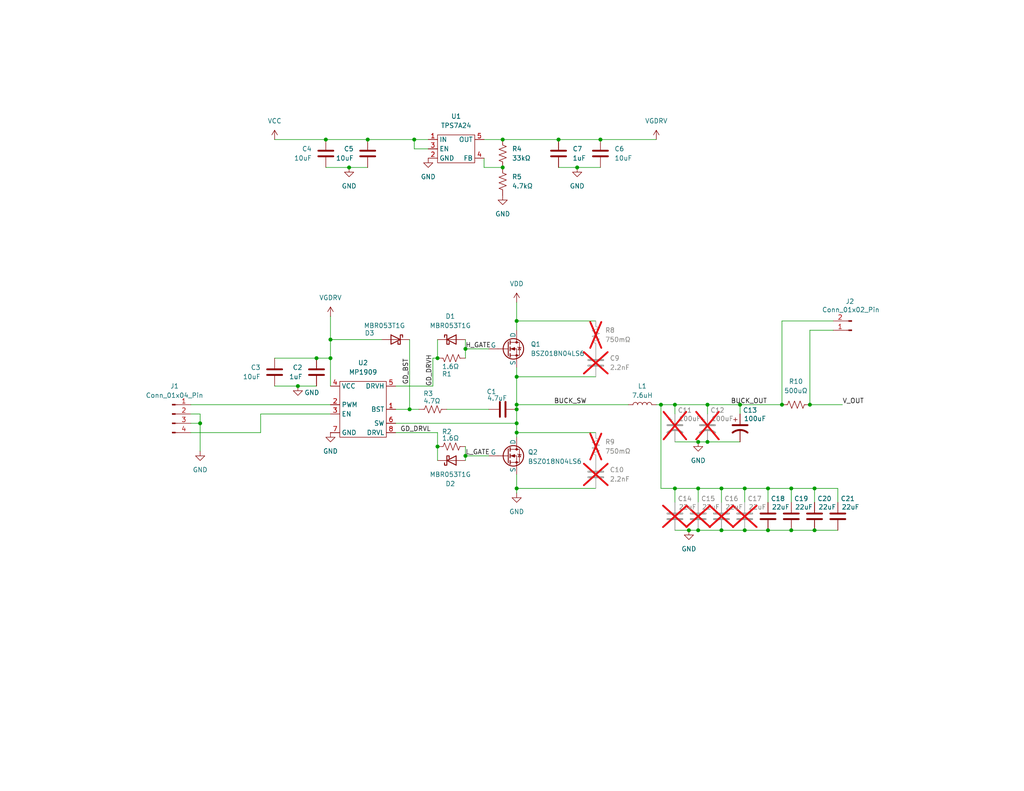
<source format=kicad_sch>
(kicad_sch (version 20250114) (generator "eeschema") (generator_version "9.0")
  (paper "USLetter")
  (title_block (title "Buck Converter Single Phase") (date "2025-09-29") (rev "1.3"))
  (lib_symbols
    (symbol "Connector:Conn_01x02_Pin" (pin_names (offset 1.016) (hide yes))
      (property "Reference" "J" (at 0 2.54 0))
      (property "Value" "Conn_01x02_Pin" (at 0 -5.08 0))
      (symbol "Conn_01x02_Pin_1_1"
        (rectangle (start 0.8636 0.127) (end 0 -0.127) (stroke (width 0.1524)) (fill (type outline)))
        (rectangle (start 0.8636 -2.413) (end 0 -2.667) (stroke (width 0.1524)) (fill (type outline)))
        (polyline (pts (xy 1.27 0) (xy 0.8636 0)) (stroke (width 0.1524)))
        (polyline (pts (xy 1.27 -2.54) (xy 0.8636 -2.54)) (stroke (width 0.1524)))
        (pin passive line (at 5.08 0 180) (length 3.81) (name "Pin_1") (number "1"))
        (pin passive line (at 5.08 -2.54 180) (length 3.81) (name "Pin_2") (number "2"))
      )
    )
    (symbol "Connector:Conn_01x04_Pin" (pin_names (offset 1.016) (hide yes))
      (property "Reference" "J" (at 0 5.08 0))
      (property "Value" "Conn_01x04_Pin" (at 0 -7.62 0))
      (symbol "Conn_01x04_Pin_1_1"
        (rectangle (start 0.8636 2.667) (end 0 2.413) (stroke (width 0.1524)) (fill (type outline)))
        (rectangle (start 0.8636 0.127) (end 0 -0.127) (stroke (width 0.1524)) (fill (type outline)))
        (rectangle (start 0.8636 -2.413) (end 0 -2.667) (stroke (width 0.1524)) (fill (type outline)))
        (rectangle (start 0.8636 -4.953) (end 0 -5.207) (stroke (width 0.1524)) (fill (type outline)))
        (polyline (pts (xy 1.27 2.54) (xy 0.8636 2.54)) (stroke (width 0.1524)))
        (polyline (pts (xy 1.27 0) (xy 0.8636 0)) (stroke (width 0.1524)))
        (polyline (pts (xy 1.27 -2.54) (xy 0.8636 -2.54)) (stroke (width 0.1524)))
        (polyline (pts (xy 1.27 -5.08) (xy 0.8636 -5.08)) (stroke (width 0.1524)))
        (pin passive line (at 5.08 2.54 180) (length 3.81) (name "Pin_1") (number "1"))
        (pin passive line (at 5.08 0 180) (length 3.81) (name "Pin_2") (number "2"))
        (pin passive line (at 5.08 -2.54 180) (length 3.81) (name "Pin_3") (number "3"))
        (pin passive line (at 5.08 -5.08 180) (length 3.81) (name "Pin_4") (number "4"))
      )
    )
    (symbol "Device:C" (pin_numbers (hide yes)) (pin_names (offset 0.254))
      (property "Reference" "C" (at 0.635 2.54 0))
      (property "Value" "C" (at 0.635 -2.54 0))
      (symbol "C_0_1"
        (polyline (pts (xy -2.032 0.762) (xy 2.032 0.762)) (stroke (width 0.508)))
        (polyline (pts (xy -2.032 -0.762) (xy 2.032 -0.762)) (stroke (width 0.508)))
      )
      (symbol "C_1_1"
        (pin passive line (at 0 3.81 270) (length 2.794) (name "~") (number "1"))
        (pin passive line (at 0 -3.81 90) (length 2.794) (name "~") (number "2"))
      )
    )
    (symbol "Device:C_Polarized_US" (pin_numbers (hide yes)) (pin_names (offset 0.254) (hide yes))
      (property "Reference" "C" (at 0.635 2.54 0))
      (property "Value" "C_Polarized_US" (at 0.635 -2.54 0))
      (symbol "C_Polarized_US_0_1"
        (polyline (pts (xy -2.032 0.762) (xy 2.032 0.762)) (stroke (width 0.508)))
        (polyline (pts (xy -1.778 2.286) (xy -0.762 2.286)))
        (polyline (pts (xy -1.27 1.778) (xy -1.27 2.794)))
        (arc (start -2.032 -1.27) (mid 0 -0.5572) (end 2.032 -1.27) (stroke (width 0.508)))
      )
      (symbol "C_Polarized_US_1_1"
        (pin passive line (at 0 3.81 270) (length 2.794) (name "~") (number "1"))
        (pin passive line (at 0 -3.81 90) (length 3.302) (name "~") (number "2"))
      )
    )
    (symbol "Device:D_Schottky" (pin_numbers (hide yes)) (pin_names (offset 1.016) (hide yes))
      (property "Reference" "D" (at 0 2.54 0))
      (property "Value" "D_Schottky" (at 0 -2.54 0))
      (symbol "D_Schottky_0_1"
        (polyline (pts (xy -1.905 0.635) (xy -1.905 1.27) (xy -1.27 1.27) (xy -1.27 -1.27) (xy -0.635 -1.27) (xy -0.635 -0.635)) (stroke (width 0.254)))
        (polyline (pts (xy 1.27 1.27) (xy 1.27 -1.27) (xy -1.27 0) (xy 1.27 1.27)) (stroke (width 0.254)))
        (polyline (pts (xy 1.27 0) (xy -1.27 0)))
      )
      (symbol "D_Schottky_1_1"
        (pin passive line (at -3.81 0 0) (length 2.54) (name "K") (number "1"))
        (pin passive line (at 3.81 0 180) (length 2.54) (name "A") (number "2"))
      )
    )
    (symbol "Device:L" (pin_numbers (hide yes)) (pin_names (offset 1.016) (hide yes))
      (property "Reference" "L" (at -1.27 0 90))
      (property "Value" "L" (at 1.905 0 90))
      (symbol "L_0_1"
        (arc (start 0 2.54) (mid 0.6323 1.905) (end 0 1.27))
        (arc (start 0 1.27) (mid 0.6323 0.635) (end 0 0))
        (arc (start 0 0) (mid 0.6323 -0.635) (end 0 -1.27))
        (arc (start 0 -1.27) (mid 0.6323 -1.905) (end 0 -2.54))
      )
      (symbol "L_1_1"
        (pin passive line (at 0 3.81 270) (length 1.27) (name "1") (number "1"))
        (pin passive line (at 0 -3.81 90) (length 1.27) (name "2") (number "2"))
      )
    )
    (symbol "Device:R_US" (pin_numbers (hide yes)) (pin_names (offset 0))
      (property "Reference" "R" (at 2.54 0 90))
      (property "Value" "R_US" (at -2.54 0 90))
      (symbol "R_US_0_1"
        (polyline (pts (xy 0 2.286) (xy 0 2.54)))
        (polyline (pts (xy 0 2.286) (xy 1.016 1.905) (xy 0 1.524) (xy -1.016 1.143) (xy 0 0.762)))
        (polyline (pts (xy 0 0.762) (xy 1.016 0.381) (xy 0 0) (xy -1.016 -0.381) (xy 0 -0.762)))
        (polyline (pts (xy 0 -0.762) (xy 1.016 -1.143) (xy 0 -1.524) (xy -1.016 -1.905) (xy 0 -2.286)))
        (polyline (pts (xy 0 -2.286) (xy 0 -2.54)))
      )
      (symbol "R_US_1_1"
        (pin passive line (at 0 3.81 270) (length 1.27) (name "~") (number "1"))
        (pin passive line (at 0 -3.81 90) (length 1.27) (name "~") (number "2"))
      )
    )
    (symbol "MP1909_1"
      (property "Reference" "U" (at 0.508 -0.762 0))
      (property "Value" "MP1909" (at 3.556 -2.54 0))
      (symbol "MP1909_1_0_1"
        (rectangle (start 0 -3.81) (end 12.7 -19.05))
      )
      (symbol "MP1909_1_1_1"
        (pin power_in line (at -2.54 -5.08 0) (length 2.54) (name "VCC") (number "4"))
        (pin input line (at -2.54 -10.16 0) (length 2.54) (name "PWM") (number "2"))
        (pin input line (at -2.54 -12.7 0) (length 2.54) (name "EN") (number "3"))
        (pin unspecified line (at -2.54 -17.78 0) (length 2.54) (name "GND") (number "7"))
        (pin output line (at 15.24 -5.08 180) (length 2.54) (name "DRVH") (number "5"))
        (pin unspecified line (at 15.24 -11.43 180) (length 2.54) (name "BST") (number "1"))
        (pin input line (at 15.24 -15.24 180) (length 2.54) (name "SW") (number "6"))
        (pin output line (at 15.24 -17.78 180) (length 2.54) (name "DRVL") (number "8"))
      )
    )
    (symbol "MPBC_SchLib:TPS7A24"
      (property "Reference" "U" (at 0 0 0))
      (symbol "TPS7A24_0_1"
        (rectangle (start -5.08 -3.81) (end 5.08 -11.43))
      )
      (symbol "TPS7A24_1_1"
        (pin power_in line (at -7.62 -5.08 0) (length 2.54) (name "IN") (number "1"))
        (pin input line (at -7.62 -7.62 0) (length 2.54) (name "EN") (number "3"))
        (pin unspecified line (at -7.62 -10.16 0) (length 2.54) (name "GND") (number "2"))
        (pin output line (at 7.62 -5.08 180) (length 2.54) (name "OUT") (number "5"))
        (pin input line (at 7.62 -10.16 180) (length 2.54) (name "FB") (number "4"))
      )
    )
    (symbol "Simulation_SPICE:NMOS" (pin_numbers (hide yes)) (pin_names (offset 0))
      (property "Reference" "Q" (at 5.08 1.27 0))
      (property "Value" "NMOS" (at 5.08 -1.27 0))
      (symbol "NMOS_0_1"
        (polyline (pts (xy 0.254 1.905) (xy 0.254 -1.905)) (stroke (width 0.254)))
        (polyline (pts (xy 0.254 0) (xy -2.54 0)))
        (polyline (pts (xy 0.762 2.286) (xy 0.762 1.27)) (stroke (width 0.254)))
        (polyline (pts (xy 0.762 0.508) (xy 0.762 -0.508)) (stroke (width 0.254)))
        (polyline (pts (xy 0.762 -1.27) (xy 0.762 -2.286)) (stroke (width 0.254)))
        (polyline (pts (xy 0.762 -1.778) (xy 3.302 -1.778) (xy 3.302 1.778) (xy 0.762 1.778)))
        (polyline (pts (xy 1.016 0) (xy 2.032 0.381) (xy 2.032 -0.381) (xy 1.016 0)) (fill (type outline)))
        (circle (center 1.651 0) (radius 2.794) (stroke (width 0.254)))
        (polyline (pts (xy 2.54 2.54) (xy 2.54 1.778)))
        (circle (center 2.54 1.778) (radius 0.254) (fill (type outline)))
        (circle (center 2.54 -1.778) (radius 0.254) (fill (type outline)))
        (polyline (pts (xy 2.54 -2.54) (xy 2.54 0) (xy 0.762 0)))
        (polyline (pts (xy 2.794 0.508) (xy 2.921 0.381) (xy 3.683 0.381) (xy 3.81 0.254)))
        (polyline (pts (xy 3.302 0.381) (xy 2.921 -0.254) (xy 3.683 -0.254) (xy 3.302 0.381)))
      )
      (symbol "NMOS_1_1"
        (pin input line (at -5.08 0 0) (length 2.54) (name "G") (number "2"))
        (pin passive line (at 2.54 5.08 270) (length 2.54) (name "D") (number "1"))
        (pin passive line (at 2.54 -5.08 90) (length 2.54) (name "S") (number "3"))
      )
    )
    (symbol "power:GND" (power) (pin_numbers (hide yes)) (pin_names (offset 0) (hide yes))
      (property "Value" "GND" (at 0 -3.81 0))
      (symbol "GND_0_1"
        (polyline (pts (xy 0 0) (xy 0 -1.27) (xy 1.27 -1.27) (xy 0 -2.54) (xy -1.27 -1.27) (xy 0 -1.27)))
      )
      (symbol "GND_1_1"
        (pin power_in line (at 0 0 270) (length 0) (name "~") (number "1"))
      )
    )
    (symbol "power:VCC" (power) (pin_numbers (hide yes)) (pin_names (offset 0) (hide yes))
      (property "Value" "VCC" (at 0 3.556 0))
      (symbol "VCC_0_1"
        (polyline (pts (xy -0.762 1.27) (xy 0 2.54)))
        (polyline (pts (xy 0 2.54) (xy 0.762 1.27)))
        (polyline (pts (xy 0 0) (xy 0 2.54)))
      )
      (symbol "VCC_1_1"
        (pin power_in line (at 0 0 90) (length 0) (name "~") (number "1"))
      )
    )
    (symbol "power:VDD" (power) (pin_numbers (hide yes)) (pin_names (offset 0) (hide yes))
      (property "Value" "VDD" (at 0 3.556 0))
      (symbol "VDD_0_1"
        (polyline (pts (xy -0.762 1.27) (xy 0 2.54)))
        (polyline (pts (xy 0 2.54) (xy 0.762 1.27)))
        (polyline (pts (xy 0 0) (xy 0 2.54)))
      )
      (symbol "VDD_1_1"
        (pin power_in line (at 0 0 90) (length 0) (name "~") (number "1"))
      )
    )
  )
  (junction (at 184.15 133.35))
  (junction (at 137.16 45.72))
  (junction (at 213.36 110.49))
  (junction (at 81.28 105.41))
  (junction (at 203.2 133.35))
  (junction (at 215.9 133.35))
  (junction (at 157.48 45.72))
  (junction (at 196.85 144.78))
  (junction (at 54.61 115.57))
  (junction (at 90.17 92.71))
  (junction (at 190.5 133.35))
  (junction (at 90.17 97.79))
  (junction (at 152.4 38.1))
  (junction (at 190.5 120.65))
  (junction (at 201.93 110.49))
  (junction (at 140.97 110.49))
  (junction (at 140.97 118.11))
  (junction (at 187.96 144.78))
  (junction (at 215.9 144.78))
  (junction (at 190.5 144.78))
  (junction (at 140.97 102.87))
  (junction (at 86.36 97.79))
  (junction (at 88.9 38.1))
  (junction (at 196.85 133.35))
  (junction (at 140.97 115.57))
  (junction (at 119.38 121.92))
  (junction (at 140.97 133.35))
  (junction (at 140.97 87.63))
  (junction (at 127 95.25))
  (junction (at 127 124.46))
  (junction (at 180.34 110.49))
  (junction (at 209.55 144.78))
  (junction (at 119.38 97.79))
  (junction (at 111.76 111.76))
  (junction (at 140.97 111.76))
  (junction (at 113.03 38.1))
  (junction (at 100.33 38.1))
  (junction (at 95.25 45.72))
  (junction (at 193.04 110.49))
  (junction (at 137.16 38.1))
  (junction (at 193.04 120.65))
  (junction (at 209.55 133.35))
  (junction (at 222.25 144.78))
  (junction (at 222.25 133.35))
  (junction (at 163.83 38.1))
  (junction (at 203.2 144.78))
  (junction (at 184.15 110.49))
  (junction (at 220.98 110.49))
  (wire (pts (xy 127 95.25) (xy 127 92.71)))
  (wire (pts (xy 52.07 115.57) (xy 54.61 115.57)))
  (wire (pts (xy 228.6 137.16) (xy 228.6 133.35)))
  (wire (pts (xy 90.17 110.49) (xy 52.07 110.49)))
  (wire (pts (xy 187.96 144.78) (xy 190.5 144.78)))
  (wire (pts (xy 190.5 133.35) (xy 184.15 133.35)))
  (wire (pts (xy 137.16 38.1) (xy 132.08 38.1)))
  (wire (pts (xy 184.15 144.78) (xy 187.96 144.78)))
  (wire (pts (xy 222.25 144.78) (xy 228.6 144.78)))
  (wire (pts (xy 74.93 105.41) (xy 81.28 105.41)))
  (wire (pts (xy 116.84 40.64) (xy 113.03 40.64)))
  (wire (pts (xy 157.48 45.72) (xy 152.4 45.72)))
  (wire (pts (xy 52.07 113.03) (xy 54.61 113.03)))
  (wire (pts (xy 86.36 97.79) (xy 90.17 97.79)))
  (wire (pts (xy 140.97 111.76) (xy 140.97 115.57)))
  (wire (pts (xy 54.61 115.57) (xy 54.61 113.03)))
  (wire (pts (xy 74.93 97.79) (xy 86.36 97.79)))
  (wire (pts (xy 227.33 90.17) (xy 220.98 90.17)))
  (wire (pts (xy 140.97 87.63) (xy 162.56 87.63)))
  (wire (pts (xy 184.15 133.35) (xy 180.34 133.35)))
  (wire (pts (xy 140.97 118.11) (xy 140.97 115.57)))
  (wire (pts (xy 104.14 92.71) (xy 90.17 92.71)))
  (wire (pts (xy 88.9 38.1) (xy 100.33 38.1)))
  (wire (pts (xy 100.33 38.1) (xy 113.03 38.1)))
  (wire (pts (xy 203.2 133.35) (xy 196.85 133.35)))
  (wire (pts (xy 203.2 137.16) (xy 203.2 133.35)))
  (wire (pts (xy 180.34 133.35) (xy 180.34 110.49)))
  (wire (pts (xy 111.76 111.76) (xy 107.95 111.76)))
  (wire (pts (xy 132.08 43.18) (xy 132.08 45.72)))
  (wire (pts (xy 140.97 87.63) (xy 140.97 90.17)))
  (wire (pts (xy 111.76 92.71) (xy 111.76 111.76)))
  (wire (pts (xy 121.92 111.76) (xy 133.35 111.76)))
  (wire (pts (xy 215.9 133.35) (xy 209.55 133.35)))
  (wire (pts (xy 163.83 45.72) (xy 157.48 45.72)))
  (wire (pts (xy 140.97 111.76) (xy 140.97 110.49)))
  (wire (pts (xy 113.03 38.1) (xy 116.84 38.1)))
  (wire (pts (xy 127 95.25) (xy 133.35 95.25)))
  (wire (pts (xy 209.55 144.78) (xy 215.9 144.78)))
  (wire (pts (xy 71.12 118.11) (xy 71.12 113.03)))
  (wire (pts (xy 203.2 144.78) (xy 209.55 144.78)))
  (wire (pts (xy 196.85 144.78) (xy 203.2 144.78)))
  (wire (pts (xy 140.97 119.38) (xy 140.97 118.11)))
  (wire (pts (xy 201.93 110.49) (xy 213.36 110.49)))
  (wire (pts (xy 184.15 120.65) (xy 190.5 120.65)))
  (wire (pts (xy 127 124.46) (xy 127 121.92)))
  (wire (pts (xy 140.97 100.33) (xy 140.97 102.87)))
  (wire (pts (xy 119.38 118.11) (xy 119.38 121.92)))
  (wire (pts (xy 215.9 137.16) (xy 215.9 133.35)))
  (wire (pts (xy 140.97 118.11) (xy 162.56 118.11)))
  (wire (pts (xy 222.25 133.35) (xy 215.9 133.35)))
  (wire (pts (xy 107.95 115.57) (xy 140.97 115.57)))
  (wire (pts (xy 95.25 45.72) (xy 100.33 45.72)))
  (wire (pts (xy 114.3 111.76) (xy 111.76 111.76)))
  (wire (pts (xy 179.07 110.49) (xy 180.34 110.49)))
  (wire (pts (xy 127 95.25) (xy 127 97.79)))
  (wire (pts (xy 209.55 137.16) (xy 209.55 133.35)))
  (wire (pts (xy 184.15 110.49) (xy 184.15 113.03)))
  (wire (pts (xy 140.97 102.87) (xy 162.56 102.87)))
  (wire (pts (xy 140.97 133.35) (xy 140.97 134.62)))
  (wire (pts (xy 196.85 133.35) (xy 190.5 133.35)))
  (wire (pts (xy 180.34 110.49) (xy 184.15 110.49)))
  (wire (pts (xy 107.95 118.11) (xy 119.38 118.11)))
  (wire (pts (xy 227.33 87.63) (xy 213.36 87.63)))
  (wire (pts (xy 132.08 45.72) (xy 137.16 45.72)))
  (wire (pts (xy 127 124.46) (xy 133.35 124.46)))
  (wire (pts (xy 90.17 92.71) (xy 90.17 97.79)))
  (wire (pts (xy 222.25 137.16) (xy 222.25 133.35)))
  (wire (pts (xy 220.98 90.17) (xy 220.98 110.49)))
  (wire (pts (xy 74.93 38.1) (xy 88.9 38.1)))
  (wire (pts (xy 190.5 137.16) (xy 190.5 133.35)))
  (wire (pts (xy 140.97 82.55) (xy 140.97 87.63)))
  (wire (pts (xy 140.97 110.49) (xy 171.45 110.49)))
  (wire (pts (xy 193.04 120.65) (xy 201.93 120.65)))
  (wire (pts (xy 209.55 133.35) (xy 203.2 133.35)))
  (wire (pts (xy 184.15 137.16) (xy 184.15 133.35)))
  (wire (pts (xy 119.38 92.71) (xy 119.38 97.79)))
  (wire (pts (xy 88.9 45.72) (xy 95.25 45.72)))
  (wire (pts (xy 201.93 113.03) (xy 201.93 110.49)))
  (wire (pts (xy 184.15 110.49) (xy 193.04 110.49)))
  (wire (pts (xy 119.38 121.92) (xy 119.38 125.73)))
  (wire (pts (xy 54.61 123.19) (xy 54.61 115.57)))
  (wire (pts (xy 140.97 133.35) (xy 162.56 133.35)))
  (wire (pts (xy 196.85 137.16) (xy 196.85 133.35)))
  (wire (pts (xy 137.16 38.1) (xy 152.4 38.1)))
  (wire (pts (xy 220.98 110.49) (xy 229.87 110.49)))
  (wire (pts (xy 90.17 86.36) (xy 90.17 92.71)))
  (wire (pts (xy 213.36 87.63) (xy 213.36 110.49)))
  (wire (pts (xy 140.97 133.35) (xy 140.97 129.54)))
  (wire (pts (xy 190.5 120.65) (xy 193.04 120.65)))
  (wire (pts (xy 215.9 144.78) (xy 222.25 144.78)))
  (wire (pts (xy 163.83 38.1) (xy 152.4 38.1)))
  (wire (pts (xy 90.17 97.79) (xy 90.17 105.41)))
  (wire (pts (xy 71.12 113.03) (xy 90.17 113.03)))
  (wire (pts (xy 52.07 118.11) (xy 71.12 118.11)))
  (wire (pts (xy 140.97 110.49) (xy 140.97 102.87)))
  (wire (pts (xy 118.11 97.79) (xy 119.38 97.79)))
  (wire (pts (xy 193.04 113.03) (xy 193.04 110.49)))
  (wire (pts (xy 179.07 38.1) (xy 163.83 38.1)))
  (wire (pts (xy 113.03 38.1) (xy 113.03 40.64)))
  (wire (pts (xy 107.95 105.41) (xy 118.11 105.41)))
  (wire (pts (xy 118.11 97.79) (xy 118.11 105.41)))
  (wire (pts (xy 127 124.46) (xy 127 125.73)))
  (wire (pts (xy 228.6 133.35) (xy 222.25 133.35)))
  (wire (pts (xy 81.28 105.41) (xy 86.36 105.41)))
  (wire (pts (xy 190.5 144.78) (xy 196.85 144.78)))
  (wire (pts (xy 193.04 110.49) (xy 201.93 110.49)))
  (label "V_OUT" (at 229.87 110.49 0))
  (label "H_GATE" (at 127 95.25 0))
  (label "GD_DRVL" (at 109.22 118.11 0))
  (label "BUCK_SW" (at 151.13 110.49 0))
  (label "L_GATE" (at 127 124.46 0))
  (label "GD_BST" (at 111.76 97.79 270))
  (label "BUCK_OUT" (at 199.39 110.49 0))
  (label "GD_DRVH" (at 118.11 105.41 90))
  (symbol (lib_id "Device:C") (at 137.16 111.76 90) (unit 1)
    (property "Reference" "C1" (at 134.112 106.934 90))
    (property "Value" "4.7uF" (at 135.636 108.712 90))
    (property "Description" "Unpolarized capacitor" (effects (hide yes)))
  )
  (symbol (lib_id "power:GND") (at 81.28 105.41 0) (unit 1)
    (property "Reference" "#PWR02" (effects (hide yes)))
    (property "Value" "GND" (at 85.09 107.188 0))
    (property "Description" "Power symbol creates a global label with name \"GND\" , ground" (effects (hide yes)))
  )
  (symbol (lib_id "Device:R_US") (at 162.56 91.44 0) (unit 1) (dnp yes)
    (property "Reference" "R8" (at 165.1 90.1699 0) (effects (justify left)))
    (property "Value" "750mΩ" (at 165.1 92.7099 0) (effects (justify left)))
    (property "Description" "Resistor, US symbol" (effects (hide yes)))
  )
  (symbol (lib_id "Simulation_SPICE:NMOS") (at 138.43 95.25 0) (unit 1)
    (property "Reference" "Q1" (at 144.78 93.9799 0) (effects (justify left)))
    (property "Value" "BSZ018N04LS6" (at 144.78 96.5199 0) (effects (justify left)))
    (property "Datasheet" "https://ngspice.sourceforge.io/docs/ngspice-html-manual/manual.xhtml#cha_MOSFETs" (effects (hide yes)))
    (property "Description" "N-MOSFET transistor, drain/source/gate" (effects (hide yes)))
    (property "Sim.Device" "NMOS" (effects (hide yes)))
    (property "Sim.Type" "VDMOS" (effects (hide yes)))
    (property "Sim.Pins" "1=D 2=G 3=S" (effects (hide yes)))
  )
  (symbol (lib_id "Device:C") (at 74.93 101.6 0) (unit 1)
    (property "Reference" "C3" (at 71.12 100.3299 0) (effects (justify right)))
    (property "Value" "10uF" (at 71.12 102.8699 0) (effects (justify right)))
    (property "Description" "Unpolarized capacitor" (effects (hide yes)))
  )
  (symbol (lib_id "Device:C") (at 86.36 101.6 0) (unit 1)
    (property "Reference" "C2" (at 82.55 100.3299 0) (effects (justify right)))
    (property "Value" "1uF" (at 82.55 102.8699 0) (effects (justify right)))
    (property "Description" "Unpolarized capacitor" (effects (hide yes)))
  )
  (symbol (lib_id "Device:C") (at 162.56 99.06 0) (mirror y) (unit 1) (dnp yes)
    (property "Reference" "C9" (at 166.37 97.7899 0) (effects (justify right)))
    (property "Value" "2.2nF" (at 166.37 100.3299 0) (effects (justify right)))
    (property "Description" "Unpolarized capacitor" (effects (hide yes)))
  )
  (symbol (lib_id "Connector:Conn_01x02_Pin") (at 232.41 90.17 180) (unit 1)
    (property "Reference" "J2" (at 231.902 82.296 0))
    (property "Value" "Conn_01x02_Pin" (at 232.156 84.582 0))
    (property "Description" "Generic connector, single row, 01x02, script generated" (effects (hide yes)))
  )
  (symbol (lib_id "power:GND") (at 54.61 123.19 0) (unit 1)
    (property "Reference" "#PWR013" (effects (hide yes)))
    (property "Value" "GND" (at 54.61 128.27 0))
    (property "Description" "Power symbol creates a global label with name \"GND\" , ground" (effects (hide yes)))
  )
  (symbol (lib_id "Device:C") (at 152.4 41.91 0) (mirror y) (unit 1)
    (property "Reference" "C7" (at 156.21 40.6399 0) (effects (justify right)))
    (property "Value" "1uF" (at 156.21 43.1799 0) (effects (justify right)))
    (property "Description" "Unpolarized capacitor" (effects (hide yes)))
  )
  (symbol (lib_id "power:GND") (at 90.17 118.11 0) (unit 1)
    (property "Reference" "#PWR03" (effects (hide yes)))
    (property "Value" "GND" (at 90.17 123.19 0))
    (property "Description" "Power symbol creates a global label with name \"GND\" , ground" (effects (hide yes)))
  )
  (symbol (lib_id "Device:C_Polarized_US") (at 193.04 116.84 0) (unit 1) (dnp yes)
    (property "Reference" "C12" (at 193.802 112.014 0) (effects (justify left)))
    (property "Value" "100uF" (at 194.056 114.3 0) (effects (justify left)))
    (property "Description" "Polarized capacitor, US symbol" (effects (hide yes)))
  )
  (symbol (lib_id "Device:D_Schottky") (at 123.19 92.71 0) (unit 1)
    (property "Reference" "D1" (at 122.8725 86.36 0))
    (property "Value" "MBR053T1G" (at 122.8725 88.9 0))
    (property "Description" "Schottky diode" (effects (hide yes)))
  )
  (symbol (lib_id "Device:R_US") (at 137.16 49.53 0) (unit 1)
    (property "Reference" "R5" (at 139.7 48.2599 0) (effects (justify left)))
    (property "Value" "4.7kΩ" (at 139.7 50.7999 0) (effects (justify left)))
    (property "Description" "Resistor, US symbol" (effects (hide yes)))
  )
  (symbol (lib_id "Device:C") (at 222.25 140.97 0) (mirror y) (unit 1)
    (property "Reference" "C20" (at 223.012 136.144 0) (effects (justify right)))
    (property "Value" "22uF" (at 223.266 138.43 0) (effects (justify right)))
    (property "Description" "Unpolarized capacitor" (effects (hide yes)))
  )
  (symbol (lib_id "Device:C") (at 184.15 140.97 0) (mirror y) (unit 1) (dnp yes)
    (property "Reference" "C14" (at 184.912 136.144 0) (effects (justify right)))
    (property "Value" "22uF" (at 185.166 138.43 0) (effects (justify right)))
    (property "Description" "Unpolarized capacitor" (effects (hide yes)))
  )
  (symbol (lib_id "Device:R_US") (at 137.16 41.91 0) (unit 1)
    (property "Reference" "R4" (at 139.7 40.6399 0) (effects (justify left)))
    (property "Value" "33kΩ" (at 139.7 43.1799 0) (effects (justify left)))
    (property "Description" "Resistor, US symbol" (effects (hide yes)))
  )
  (symbol (lib_id "Device:C_Polarized_US") (at 184.15 116.84 0) (unit 1) (dnp yes)
    (property "Reference" "C11" (at 184.912 112.014 0) (effects (justify left)))
    (property "Value" "100uF" (at 185.166 114.3 0) (effects (justify left)))
    (property "Description" "Polarized capacitor, US symbol" (effects (hide yes)))
  )
  (symbol (lib_id "power:VCC") (at 179.07 38.1 0) (unit 1)
    (property "Reference" "#PWR014" (effects (hide yes)))
    (property "Value" "VGDRV" (at 179.07 33.02 0))
    (property "Description" "Power symbol creates a global label with name \"VCC\"" (effects (hide yes)))
  )
  (symbol (lib_id "power:GND") (at 190.5 120.65 0) (unit 1)
    (property "Reference" "#PWR011" (effects (hide yes)))
    (property "Value" "GND" (at 190.5 125.73 0))
    (property "Description" "Power symbol creates a global label with name \"GND\" , ground" (effects (hide yes)))
  )
  (symbol (lib_id "MPBC_SchLib:TPS7A24") (at 124.46 33.02 0) (unit 1)
    (property "Reference" "U1" (at 124.46 31.75 0))
    (property "Value" "TPS7A24" (at 124.46 34.29 0))
  )
  (symbol (lib_id "Device:D_Schottky") (at 123.19 125.73 0) (mirror x) (unit 1)
    (property "Reference" "D2" (at 122.8725 132.08 0))
    (property "Value" "MBR053T1G" (at 122.8725 129.54 0))
    (property "Description" "Schottky diode" (effects (hide yes)))
  )
  (symbol (lib_id "Device:R_US") (at 162.56 121.92 0) (unit 1) (dnp yes)
    (property "Reference" "R9" (at 165.1 120.6499 0) (effects (justify left)))
    (property "Value" "750mΩ" (at 165.1 123.1899 0) (effects (justify left)))
    (property "Description" "Resistor, US symbol" (effects (hide yes)))
  )
  (symbol (lib_id "power:VCC") (at 90.17 86.36 0) (unit 1)
    (property "Reference" "#PWR01" (effects (hide yes)))
    (property "Value" "VGDRV" (at 90.17 81.28 0))
    (property "Description" "Power symbol creates a global label with name \"VCC\"" (effects (hide yes)))
  )
  (symbol (lib_id "Device:C") (at 100.33 41.91 0) (unit 1)
    (property "Reference" "C5" (at 96.52 40.6399 0) (effects (justify right)))
    (property "Value" "10uF" (at 96.52 43.1799 0) (effects (justify right)))
    (property "Description" "Unpolarized capacitor" (effects (hide yes)))
  )
  (symbol (lib_id "Device:C") (at 196.85 140.97 0) (mirror y) (unit 1) (dnp yes)
    (property "Reference" "C16" (at 197.612 136.144 0) (effects (justify right)))
    (property "Value" "22uF" (at 197.866 138.43 0) (effects (justify right)))
    (property "Description" "Unpolarized capacitor" (effects (hide yes)))
  )
  (symbol (lib_id "Device:C_Polarized_US") (at 201.93 116.84 0) (unit 1)
    (property "Reference" "C13" (at 202.692 112.014 0) (effects (justify left)))
    (property "Value" "100uF" (at 202.946 114.3 0) (effects (justify left)))
    (property "Description" "Polarized capacitor, US symbol" (effects (hide yes)))
  )
  (symbol (lib_id "power:GND") (at 137.16 53.34 0) (unit 1)
    (property "Reference" "#PWR09" (effects (hide yes)))
    (property "Value" "GND" (at 137.16 58.42 0))
    (property "Description" "Power symbol creates a global label with name \"GND\" , ground" (effects (hide yes)))
  )
  (symbol (lib_id "power:GND") (at 140.97 134.62 0) (unit 1)
    (property "Reference" "#PWR04" (effects (hide yes)))
    (property "Value" "GND" (at 140.97 139.7 0))
    (property "Description" "Power symbol creates a global label with name \"GND\" , ground" (effects (hide yes)))
  )
  (symbol (lib_id "Device:C") (at 190.5 140.97 0) (mirror y) (unit 1) (dnp yes)
    (property "Reference" "C15" (at 191.262 136.144 0) (effects (justify right)))
    (property "Value" "22uF" (at 191.516 138.43 0) (effects (justify right)))
    (property "Description" "Unpolarized capacitor" (effects (hide yes)))
  )
  (symbol (lib_id "Device:C") (at 163.83 41.91 0) (mirror y) (unit 1)
    (property "Reference" "C6" (at 167.64 40.6399 0) (effects (justify right)))
    (property "Value" "10uF" (at 167.64 43.1799 0) (effects (justify right)))
    (property "Description" "Unpolarized capacitor" (effects (hide yes)))
  )
  (symbol (lib_id "power:GND") (at 157.48 45.72 0) (mirror y) (unit 1)
    (property "Reference" "#PWR06" (effects (hide yes)))
    (property "Value" "GND" (at 157.48 50.8 0))
    (property "Description" "Power symbol creates a global label with name \"GND\" , ground" (effects (hide yes)))
  )
  (symbol (lib_id "Device:R_US") (at 123.19 97.79 270) (mirror x) (unit 1)
    (property "Reference" "R1" (at 121.92 102.108 90))
    (property "Value" "1.6Ω" (at 122.936 100.076 90))
    (property "Description" "Resistor, US symbol" (effects (hide yes)))
  )
  (symbol (lib_id "Device:C") (at 162.56 129.54 0) (mirror y) (unit 1) (dnp yes)
    (property "Reference" "C10" (at 166.37 128.2699 0) (effects (justify right)))
    (property "Value" "2.2nF" (at 166.37 130.8099 0) (effects (justify right)))
    (property "Description" "Unpolarized capacitor" (effects (hide yes)))
  )
  (symbol (lib_id "Simulation_SPICE:NMOS") (at 138.43 124.46 0) (unit 1)
    (property "Reference" "Q2" (at 144.018 123.444 0) (effects (justify left)))
    (property "Value" "BSZ018N04LS6" (at 144.018 125.984 0) (effects (justify left)))
    (property "Datasheet" "https://ngspice.sourceforge.io/docs/ngspice-html-manual/manual.xhtml#cha_MOSFETs" (effects (hide yes)))
    (property "Description" "N-MOSFET transistor, drain/source/gate" (effects (hide yes)))
    (property "Sim.Device" "NMOS" (effects (hide yes)))
    (property "Sim.Type" "VDMOS" (effects (hide yes)))
    (property "Sim.Pins" "1=D 2=G 3=S" (effects (hide yes)))
  )
  (symbol (lib_id "Device:R_US") (at 123.19 121.92 270) (unit 1)
    (property "Reference" "R2" (at 121.92 117.856 90))
    (property "Value" "1.6Ω" (at 122.936 119.634 90))
    (property "Description" "Resistor, US symbol" (effects (hide yes)))
  )
  (symbol (lib_name "MP1909_1") (lib_id "MPBC_SchLib:MP1909") (at 92.71 100.33 0) (unit 1)
    (property "Reference" "U2" (at 99.06 99.06 0))
    (property "Value" "MP1909" (at 99.06 101.6 0))
  )
  (symbol (lib_id "power:GND") (at 116.84 43.18 0) (unit 1)
    (property "Reference" "#PWR07" (effects (hide yes)))
    (property "Value" "GND" (at 116.84 48.26 0))
    (property "Description" "Power symbol creates a global label with name \"GND\" , ground" (effects (hide yes)))
  )
  (symbol (lib_id "Connector:Conn_01x04_Pin") (at 46.99 113.03 0) (unit 1)
    (property "Reference" "J1" (at 47.625 105.41 0))
    (property "Value" "Conn_01x04_Pin" (at 47.625 107.95 0))
    (property "Description" "Generic connector, single row, 01x04, script generated" (effects (hide yes)))
  )
  (symbol (lib_id "Device:D_Schottky") (at 107.95 92.71 0) (mirror y) (unit 1)
    (property "Reference" "D3" (at 100.838 90.932 0))
    (property "Value" "MBR053T1G" (at 104.902 88.9 0))
    (property "Description" "Schottky diode" (effects (hide yes)))
  )
  (symbol (lib_id "Device:L") (at 175.26 110.49 90) (unit 1)
    (property "Reference" "L1" (at 175.26 105.41 90))
    (property "Value" "7.6uH" (at 175.26 107.95 90))
    (property "Description" "Inductor" (effects (hide yes)))
  )
  (symbol (lib_id "Device:C") (at 88.9 41.91 0) (unit 1)
    (property "Reference" "C4" (at 85.09 40.6399 0) (effects (justify right)))
    (property "Value" "10uF" (at 85.09 43.1799 0) (effects (justify right)))
    (property "Description" "Unpolarized capacitor" (effects (hide yes)))
  )
  (symbol (lib_id "power:VDD") (at 140.97 82.55 0) (unit 1)
    (property "Reference" "#PWR010" (effects (hide yes)))
    (property "Value" "VDD" (at 140.97 77.47 0))
    (property "Description" "Power symbol creates a global label with name \"VDD\"" (effects (hide yes)))
  )
  (symbol (lib_id "power:VDD") (at 74.93 38.1 0) (unit 1)
    (property "Reference" "#PWR08" (effects (hide yes)))
    (property "Value" "VCC" (at 74.93 33.02 0))
    (property "Description" "Power symbol creates a global label with name \"VDD\"" (effects (hide yes)))
  )
  (symbol (lib_id "Device:C") (at 215.9 140.97 0) (mirror y) (unit 1)
    (property "Reference" "C19" (at 216.662 136.144 0) (effects (justify right)))
    (property "Value" "22uF" (at 216.916 138.43 0) (effects (justify right)))
    (property "Description" "Unpolarized capacitor" (effects (hide yes)))
  )
  (symbol (lib_id "Device:R_US") (at 118.11 111.76 270) (unit 1)
    (property "Reference" "R3" (at 116.84 107.442 90))
    (property "Value" "4.7Ω" (at 117.856 109.474 90))
    (property "Description" "Resistor, US symbol" (effects (hide yes)))
  )
  (symbol (lib_id "power:GND") (at 187.96 144.78 0) (unit 1)
    (property "Reference" "#PWR012" (effects (hide yes)))
    (property "Value" "GND" (at 187.96 149.86 0))
    (property "Description" "Power symbol creates a global label with name \"GND\" , ground" (effects (hide yes)))
  )
  (symbol (lib_id "Device:C") (at 209.55 140.97 0) (mirror y) (unit 1)
    (property "Reference" "C18" (at 210.312 136.144 0) (effects (justify right)))
    (property "Value" "22uF" (at 210.566 138.43 0) (effects (justify right)))
    (property "Description" "Unpolarized capacitor" (effects (hide yes)))
  )
  (symbol (lib_id "Device:R_US") (at 217.17 110.49 90) (unit 1)
    (property "Reference" "R10" (at 217.17 104.14 90))
    (property "Value" "500uΩ" (at 217.17 106.68 90))
    (property "Description" "Resistor, US symbol" (effects (hide yes)))
  )
  (symbol (lib_id "Device:C") (at 228.6 140.97 0) (mirror y) (unit 1)
    (property "Reference" "C21" (at 229.362 136.144 0) (effects (justify right)))
    (property "Value" "22uF" (at 229.616 138.43 0) (effects (justify right)))
    (property "Description" "Unpolarized capacitor" (effects (hide yes)))
  )
  (symbol (lib_id "Device:C") (at 203.2 140.97 0) (mirror y) (unit 1) (dnp yes)
    (property "Reference" "C17" (at 203.962 136.144 0) (effects (justify right)))
    (property "Value" "22uF" (at 204.216 138.43 0) (effects (justify right)))
    (property "Description" "Unpolarized capacitor" (effects (hide yes)))
  )
  (symbol (lib_id "power:GND") (at 95.25 45.72 0) (unit 1)
    (property "Reference" "#PWR05" (effects (hide yes)))
    (property "Value" "GND" (at 95.25 50.8 0))
    (property "Description" "Power symbol creates a global label with name \"GND\" , ground" (effects (hide yes)))
  )
)
</source>
